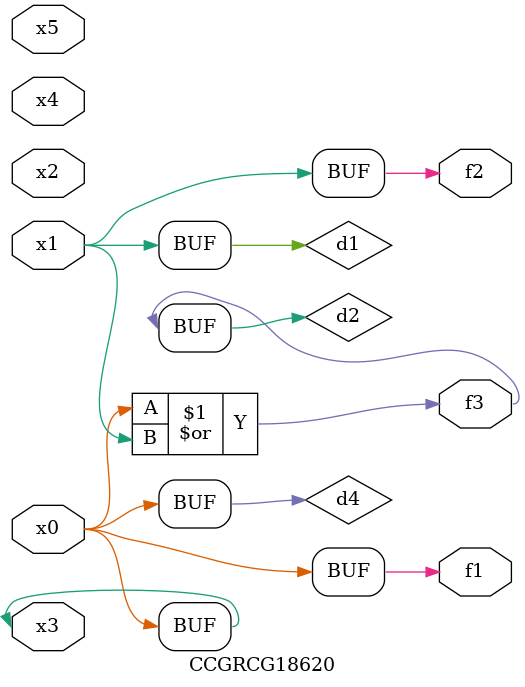
<source format=v>
module CCGRCG18620(
	input x0, x1, x2, x3, x4, x5,
	output f1, f2, f3
);

	wire d1, d2, d3, d4;

	and (d1, x1);
	or (d2, x0, x1);
	nand (d3, x0, x5);
	buf (d4, x0, x3);
	assign f1 = d4;
	assign f2 = d1;
	assign f3 = d2;
endmodule

</source>
